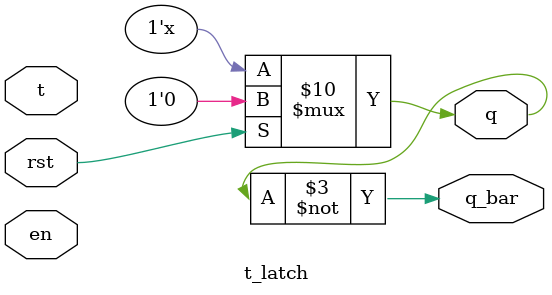
<source format=v>
`timescale 1ns / 1ps

module t_latch(t,en,rst,q,q_bar);
input t,en,rst;
output reg  q;
output  q_bar;
  
always@(rst or en or t)
    begin
    
      if(rst)
      q<=0;
      
      else if(en)
        begin
          if(t)
            q<=~q;
          else
            q<=q;
        end
        
    end
 
 assign q_bar=~q;

endmodule

</source>
